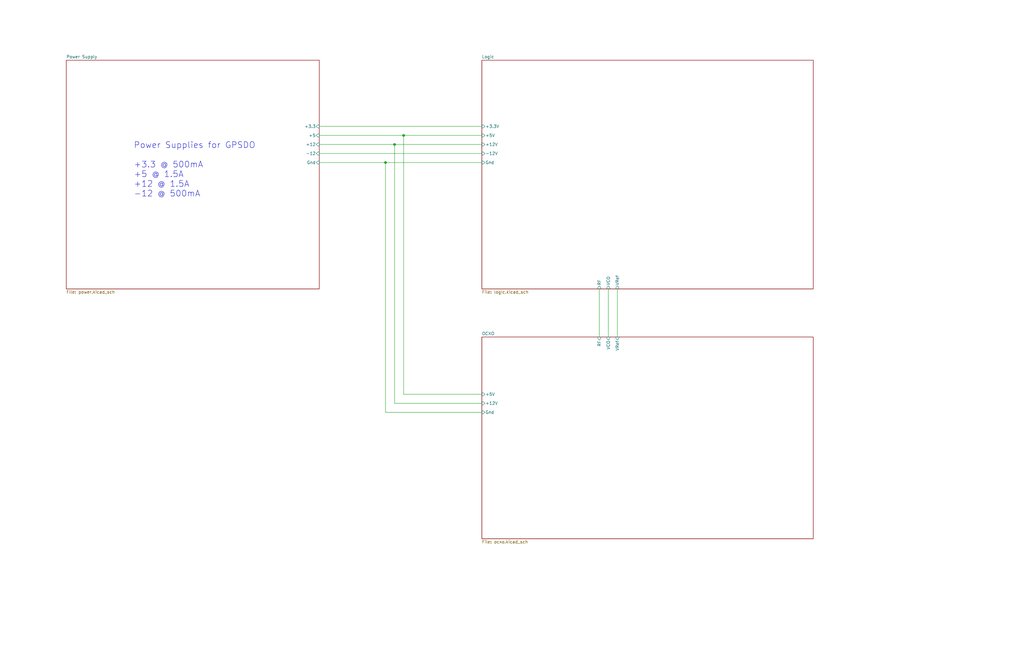
<source format=kicad_sch>
(kicad_sch
	(version 20250114)
	(generator "eeschema")
	(generator_version "9.0")
	(uuid "292023ce-4ed6-44df-ba85-3d4f8e09a45b")
	(paper "B")
	(title_block
		(title "GPS Disciplined Oscillator")
		(date "2025-11-18")
		(rev "1")
		(company "Dewayne L. Hafenstein")
	)
	(lib_symbols)
	(text "Power Supplies for GPSDO\n\n+3.3 @ 500mA\n+5 @ 1.5A\n+12 @ 1.5A \n-12 @ 500mA\n"
		(exclude_from_sim no)
		(at 56.388 71.628 0)
		(effects
			(font
				(size 2.54 2.54)
			)
			(justify left)
		)
		(uuid "e2e1ae94-8c30-4d21-a29c-3aa06a0c164d")
	)
	(junction
		(at 170.18 57.15)
		(diameter 0)
		(color 0 0 0 0)
		(uuid "6b71c1ba-d03a-45f7-9875-32e735733261")
	)
	(junction
		(at 162.56 68.58)
		(diameter 0)
		(color 0 0 0 0)
		(uuid "9d2c6d9b-1fe0-4078-9168-89d4860f6d2d")
	)
	(junction
		(at 166.37 60.96)
		(diameter 0)
		(color 0 0 0 0)
		(uuid "d8b28565-f715-4ed2-9e17-e0a54c500af0")
	)
	(wire
		(pts
			(xy 252.73 121.92) (xy 252.73 142.24)
		)
		(stroke
			(width 0)
			(type default)
		)
		(uuid "05350bf8-c0d5-492c-a0e8-7a3ac0b9ab60")
	)
	(wire
		(pts
			(xy 162.56 68.58) (xy 203.2 68.58)
		)
		(stroke
			(width 0)
			(type default)
		)
		(uuid "0c017598-2186-440a-b65d-8e2db7c7fbe2")
	)
	(wire
		(pts
			(xy 260.35 121.92) (xy 260.35 142.24)
		)
		(stroke
			(width 0)
			(type default)
		)
		(uuid "0c104916-730a-491d-9bba-0849509239c9")
	)
	(wire
		(pts
			(xy 134.62 53.34) (xy 203.2 53.34)
		)
		(stroke
			(width 0)
			(type default)
		)
		(uuid "2fa40865-2c7b-4d1f-bbcc-824e440c4109")
	)
	(wire
		(pts
			(xy 256.54 121.92) (xy 256.54 142.24)
		)
		(stroke
			(width 0)
			(type default)
		)
		(uuid "3525f4b0-68a4-4e64-962a-9411fd991635")
	)
	(wire
		(pts
			(xy 203.2 173.99) (xy 162.56 173.99)
		)
		(stroke
			(width 0)
			(type default)
		)
		(uuid "476850f3-e7c3-4105-a7c6-79fcb3d97e62")
	)
	(wire
		(pts
			(xy 134.62 64.77) (xy 203.2 64.77)
		)
		(stroke
			(width 0)
			(type default)
		)
		(uuid "6586a8f4-9c59-496c-a254-b8ef024fbbfe")
	)
	(wire
		(pts
			(xy 162.56 68.58) (xy 134.62 68.58)
		)
		(stroke
			(width 0)
			(type default)
		)
		(uuid "66875ad7-79f3-406e-8330-74da9f1d1bc2")
	)
	(wire
		(pts
			(xy 166.37 60.96) (xy 203.2 60.96)
		)
		(stroke
			(width 0)
			(type default)
		)
		(uuid "86508b2a-f1a2-45b3-a025-0c29ffaa75e4")
	)
	(wire
		(pts
			(xy 166.37 60.96) (xy 166.37 170.18)
		)
		(stroke
			(width 0)
			(type default)
		)
		(uuid "89dd0b1c-90cf-47f3-bc5e-e244b1e1552d")
	)
	(wire
		(pts
			(xy 170.18 57.15) (xy 203.2 57.15)
		)
		(stroke
			(width 0)
			(type default)
		)
		(uuid "a589ea09-d3bb-4976-9c15-30fa309e581d")
	)
	(wire
		(pts
			(xy 170.18 166.37) (xy 170.18 57.15)
		)
		(stroke
			(width 0)
			(type default)
		)
		(uuid "bbed9879-73c3-4226-a275-41cba8da7095")
	)
	(wire
		(pts
			(xy 162.56 173.99) (xy 162.56 68.58)
		)
		(stroke
			(width 0)
			(type default)
		)
		(uuid "cdc40e8a-cd96-4bc7-8368-cb4145b77b99")
	)
	(wire
		(pts
			(xy 166.37 170.18) (xy 203.2 170.18)
		)
		(stroke
			(width 0)
			(type default)
		)
		(uuid "da8ed880-c9e9-42b2-8474-e89a9b62f7ed")
	)
	(wire
		(pts
			(xy 134.62 60.96) (xy 166.37 60.96)
		)
		(stroke
			(width 0)
			(type default)
		)
		(uuid "daab1954-c840-4a78-8297-ca874b30c885")
	)
	(wire
		(pts
			(xy 203.2 166.37) (xy 170.18 166.37)
		)
		(stroke
			(width 0)
			(type default)
		)
		(uuid "de32adf0-9f7b-4d18-a66a-57bff20c6d3e")
	)
	(wire
		(pts
			(xy 170.18 57.15) (xy 134.62 57.15)
		)
		(stroke
			(width 0)
			(type default)
		)
		(uuid "ed8e0534-be1b-4f86-a14e-9b61d99bc925")
	)
	(sheet
		(at 203.2 25.4)
		(size 139.7 96.52)
		(exclude_from_sim no)
		(in_bom yes)
		(on_board yes)
		(dnp no)
		(fields_autoplaced yes)
		(stroke
			(width 0.1524)
			(type solid)
		)
		(fill
			(color 0 0 0 0.0000)
		)
		(uuid "c5b2c78c-ba4c-4310-8edb-d45d907ed5c8")
		(property "Sheetname" "Logic"
			(at 203.2 24.6884 0)
			(effects
				(font
					(size 1.27 1.27)
				)
				(justify left bottom)
			)
		)
		(property "Sheetfile" "logic.kicad_sch"
			(at 203.2 122.5046 0)
			(effects
				(font
					(size 1.27 1.27)
				)
				(justify left top)
			)
		)
		(pin "+3.3V" input
			(at 203.2 53.34 180)
			(uuid "16bb2ceb-d196-424b-89ac-80d9596864fe")
			(effects
				(font
					(size 1.27 1.27)
				)
				(justify left)
			)
		)
		(pin "+5V" input
			(at 203.2 57.15 180)
			(uuid "2955397f-98fe-4321-ae3d-78692e2f045b")
			(effects
				(font
					(size 1.27 1.27)
				)
				(justify left)
			)
		)
		(pin "Gnd" input
			(at 203.2 68.58 180)
			(uuid "322f3f3e-8582-46af-836b-d2bf09cd26fc")
			(effects
				(font
					(size 1.27 1.27)
				)
				(justify left)
			)
		)
		(pin "+12V" input
			(at 203.2 60.96 180)
			(uuid "27dda589-8f1e-4168-b025-c41820604fa6")
			(effects
				(font
					(size 1.27 1.27)
				)
				(justify left)
			)
		)
		(pin "-12V" input
			(at 203.2 64.77 180)
			(uuid "670d4bd3-353f-4caf-9cdb-c98f19b05d34")
			(effects
				(font
					(size 1.27 1.27)
				)
				(justify left)
			)
		)
		(pin "RF" input
			(at 252.73 121.92 270)
			(uuid "5b471eb1-4b80-4eda-9b1b-d1d3aeaa7701")
			(effects
				(font
					(size 1.27 1.27)
				)
				(justify left)
			)
		)
		(pin "VCO" input
			(at 256.54 121.92 270)
			(uuid "76baef38-2896-4a85-8ce0-36a6d3989e36")
			(effects
				(font
					(size 1.27 1.27)
				)
				(justify left)
			)
		)
		(pin "VRef" input
			(at 260.35 121.92 270)
			(uuid "caa347b3-4429-4994-bc7f-1d5ea693c397")
			(effects
				(font
					(size 1.27 1.27)
				)
				(justify left)
			)
		)
		(instances
			(project "GPSDO"
				(path "/292023ce-4ed6-44df-ba85-3d4f8e09a45b"
					(page "3")
				)
			)
		)
	)
	(sheet
		(at 27.94 25.4)
		(size 106.68 96.52)
		(exclude_from_sim no)
		(in_bom yes)
		(on_board yes)
		(dnp no)
		(fields_autoplaced yes)
		(stroke
			(width 0.1524)
			(type solid)
		)
		(fill
			(color 0 0 0 0.0000)
		)
		(uuid "c5fb2ef1-a1e8-45b3-8883-b14c9804ee25")
		(property "Sheetname" "Power Supply"
			(at 27.94 24.6884 0)
			(effects
				(font
					(size 1.27 1.27)
				)
				(justify left bottom)
			)
		)
		(property "Sheetfile" "power.kicad_sch"
			(at 27.94 122.5046 0)
			(effects
				(font
					(size 1.27 1.27)
				)
				(justify left top)
			)
		)
		(pin "+3.3" input
			(at 134.62 53.34 0)
			(uuid "a2f028b3-95b8-44fb-a728-aef01c11a747")
			(effects
				(font
					(size 1.27 1.27)
				)
				(justify right)
			)
		)
		(pin "+5" input
			(at 134.62 57.15 0)
			(uuid "49eccac2-8bfa-4090-b081-a33d3af67a8a")
			(effects
				(font
					(size 1.27 1.27)
				)
				(justify right)
			)
		)
		(pin "+12" input
			(at 134.62 60.96 0)
			(uuid "f489f09d-bf27-4a01-b547-eb898257e7e9")
			(effects
				(font
					(size 1.27 1.27)
				)
				(justify right)
			)
		)
		(pin "-12" input
			(at 134.62 64.77 0)
			(uuid "637aee70-ba5e-4383-99cc-2c0a703d3139")
			(effects
				(font
					(size 1.27 1.27)
				)
				(justify right)
			)
		)
		(pin "Gnd" input
			(at 134.62 68.58 0)
			(uuid "128e22e5-1897-4826-8de1-8187edc36bb8")
			(effects
				(font
					(size 1.27 1.27)
				)
				(justify right)
			)
		)
		(instances
			(project "GPSDO"
				(path "/292023ce-4ed6-44df-ba85-3d4f8e09a45b"
					(page "2")
				)
			)
		)
	)
	(sheet
		(at 203.2 142.24)
		(size 139.7 85.09)
		(exclude_from_sim no)
		(in_bom yes)
		(on_board yes)
		(dnp no)
		(fields_autoplaced yes)
		(stroke
			(width 0.1524)
			(type solid)
		)
		(fill
			(color 0 0 0 0.0000)
		)
		(uuid "ca8012b4-4a67-4365-9009-f05903516eeb")
		(property "Sheetname" "OCXO"
			(at 203.2 141.5284 0)
			(effects
				(font
					(size 1.27 1.27)
				)
				(justify left bottom)
			)
		)
		(property "Sheetfile" "ocxo.kicad_sch"
			(at 203.2 227.9146 0)
			(effects
				(font
					(size 1.27 1.27)
				)
				(justify left top)
			)
		)
		(pin "+5V" input
			(at 203.2 166.37 180)
			(uuid "5b747feb-380e-4147-bdb4-9d64d0fbbb84")
			(effects
				(font
					(size 1.27 1.27)
				)
				(justify left)
			)
		)
		(pin "+12V" input
			(at 203.2 170.18 180)
			(uuid "b595a66c-c25a-49dc-bb40-4cc75aabf6c7")
			(effects
				(font
					(size 1.27 1.27)
				)
				(justify left)
			)
		)
		(pin "Gnd" input
			(at 203.2 173.99 180)
			(uuid "717a620f-511c-4dcf-bc82-656dcd471601")
			(effects
				(font
					(size 1.27 1.27)
				)
				(justify left)
			)
		)
		(pin "RF" input
			(at 252.73 142.24 90)
			(uuid "ae2f2ef5-85c8-4e0f-8294-b623b8115496")
			(effects
				(font
					(size 1.27 1.27)
				)
				(justify right)
			)
		)
		(pin "VCO" input
			(at 256.54 142.24 90)
			(uuid "a84e0845-9476-4ed7-9666-926c871b9832")
			(effects
				(font
					(size 1.27 1.27)
				)
				(justify right)
			)
		)
		(pin "VRef" input
			(at 260.35 142.24 90)
			(uuid "11c82316-6ffb-4437-85fc-bfd77bcde00a")
			(effects
				(font
					(size 1.27 1.27)
				)
				(justify right)
			)
		)
		(instances
			(project "GPSDO"
				(path "/292023ce-4ed6-44df-ba85-3d4f8e09a45b"
					(page "4")
				)
			)
		)
	)
	(sheet_instances
		(path "/"
			(page "1")
		)
	)
	(embedded_fonts no)
)

</source>
